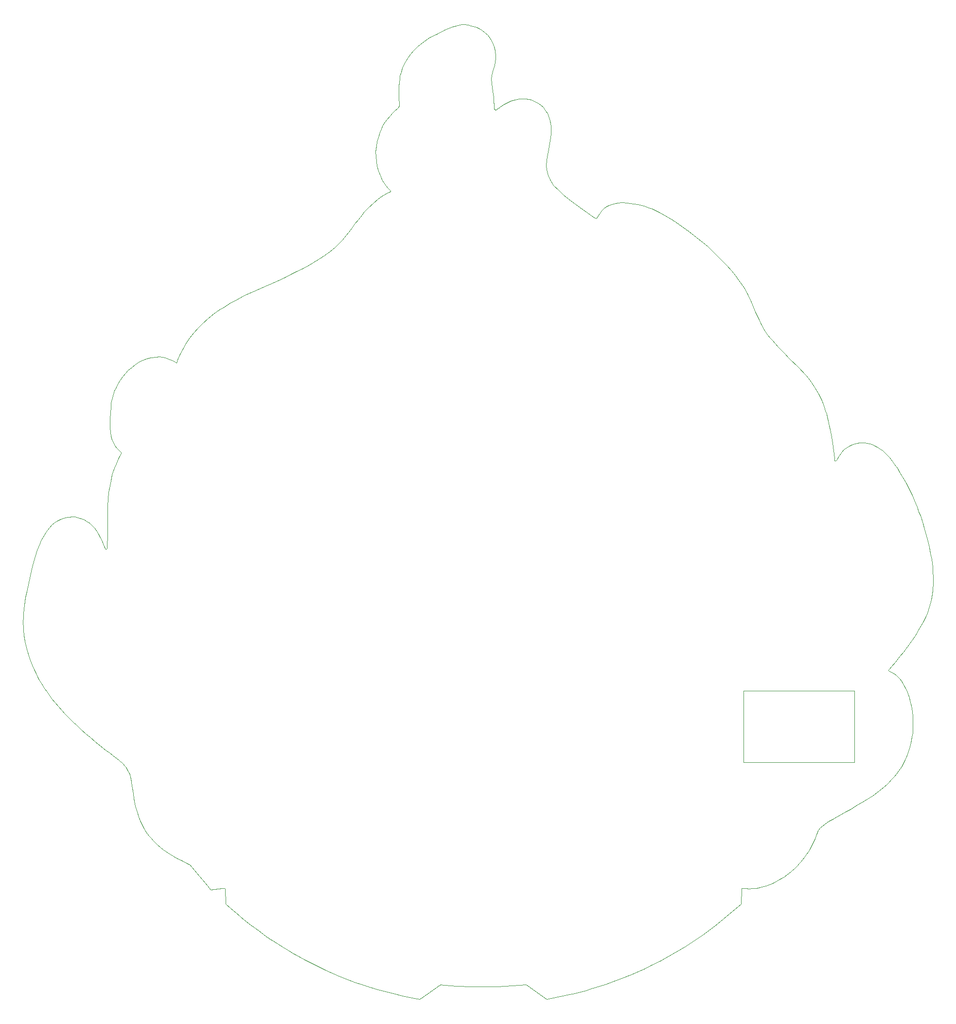
<source format=gbr>
%TF.GenerationSoftware,KiCad,Pcbnew,9.0.3*%
%TF.CreationDate,2026-01-04T11:16:32-06:00*%
%TF.ProjectId,CC14_Outer,43433134-5f4f-4757-9465-722e6b696361,v1*%
%TF.SameCoordinates,Original*%
%TF.FileFunction,Profile,NP*%
%FSLAX46Y46*%
G04 Gerber Fmt 4.6, Leading zero omitted, Abs format (unit mm)*
G04 Created by KiCad (PCBNEW 9.0.3) date 2026-01-04 11:16:32*
%MOMM*%
%LPD*%
G01*
G04 APERTURE LIST*
%TA.AperFunction,Profile*%
%ADD10C,0.100000*%
%TD*%
G04 APERTURE END LIST*
D10*
X30070000Y-107180000D02*
X30330000Y-107590000D01*
X158560000Y-94850000D02*
X158670000Y-94910000D01*
X156080000Y-158740000D02*
X155680000Y-159200000D01*
X34320000Y-93470000D02*
X34210000Y-93370000D01*
X79810000Y-46100000D02*
X79490000Y-45480000D01*
X32330000Y-88470000D02*
X32370000Y-87530000D01*
X109050000Y-38650000D02*
X108910000Y-39570000D01*
X121410000Y-49940000D02*
X121730000Y-49940000D01*
X147660000Y-168470000D02*
X146570000Y-168870000D01*
X67000000Y-60840000D02*
X67670000Y-60450000D01*
X62880000Y-62950000D02*
X63920000Y-62420000D01*
X34090000Y-94070000D02*
X34340000Y-93600000D01*
X83840000Y-25410000D02*
X84250000Y-24700000D01*
X44530000Y-76380000D02*
X45070000Y-75400000D01*
X168900000Y-149880000D02*
X168450000Y-150370000D01*
X31600000Y-110280000D02*
X31660000Y-110300000D01*
X30330000Y-107590000D02*
X30630000Y-108120000D01*
X116230000Y-186780000D02*
X115220000Y-187070000D01*
X108860000Y-35190000D02*
X109020000Y-35720000D01*
X39550000Y-160630000D02*
X39140000Y-160140000D01*
X163620000Y-154170000D02*
X162280000Y-154960000D01*
X36910000Y-155500000D02*
X36790000Y-154980000D01*
X48470000Y-71000000D02*
X49450000Y-70080000D01*
X26410000Y-140820000D02*
X26070000Y-140490000D01*
X78750000Y-42730000D02*
X78680000Y-41890000D01*
X33540000Y-146680000D02*
X32910000Y-146200000D01*
X74440000Y-54450000D02*
X74980000Y-53690000D01*
X113300000Y-187570000D02*
X112410000Y-187790000D01*
X65400000Y-181270000D02*
X64780000Y-180930000D01*
X168050000Y-94300000D02*
X168330000Y-94640000D01*
X27870000Y-105170000D02*
X28220000Y-105360000D01*
X119770000Y-50230000D02*
X120310000Y-50090000D01*
X62490000Y-179570000D02*
X60680000Y-178410000D01*
X142720000Y-134950000D02*
X161960000Y-134950000D01*
X161960000Y-147360000D01*
X142720000Y-147360000D01*
X142720000Y-134950000D01*
X169290000Y-149400000D02*
X168900000Y-149880000D01*
X148910000Y-167830000D02*
X148470000Y-168070000D01*
X161360000Y-155470000D02*
X160420000Y-155980000D01*
X175060000Y-120310000D02*
X174690000Y-121380000D01*
X169910000Y-96910000D02*
X170330000Y-97620000D01*
X98860000Y-29170000D02*
X98920000Y-29830000D01*
X173920000Y-105810000D02*
X174140000Y-106510000D01*
X103680000Y-31930000D02*
X104300000Y-31900000D01*
X120310000Y-50090000D02*
X120860000Y-49990000D01*
X52220000Y-169280000D02*
X51970000Y-169310000D01*
X114120000Y-50740000D02*
X116810000Y-52660000D01*
X46170000Y-165150000D02*
X45830000Y-164980000D01*
X35680000Y-149180000D02*
X35540000Y-148870000D01*
X38780000Y-77110000D02*
X39490000Y-76930000D01*
X36100000Y-150730000D02*
X36010000Y-150250000D01*
X90610000Y-186140000D02*
X89910000Y-186070000D01*
X109160000Y-37250000D02*
X109140000Y-37880000D01*
X41190000Y-162220000D02*
X40550000Y-161670000D01*
X108700000Y-40680000D02*
X108540000Y-41560000D01*
X35920000Y-149890000D02*
X35800000Y-149480000D01*
X98930000Y-22030000D02*
X99250000Y-22820000D01*
X63360000Y-180100000D02*
X62490000Y-179570000D01*
X170660000Y-134010000D02*
X170920000Y-134500000D01*
X32740000Y-91230000D02*
X32550000Y-90590000D01*
X73450000Y-55700000D02*
X73970000Y-55060000D01*
X49930000Y-169540000D02*
X49350000Y-168890000D01*
X25620000Y-140050000D02*
X25060000Y-139490000D01*
X31980000Y-102740000D02*
X32030000Y-101570000D01*
X171840000Y-143970000D02*
X171590000Y-144960000D01*
X145590000Y-169150000D02*
X144850000Y-169280000D01*
X153640000Y-163420000D02*
X153270000Y-163930000D01*
X31660000Y-110300000D02*
X31730000Y-110280000D01*
X53360000Y-172760000D02*
X52490000Y-172030000D01*
X171880000Y-137570000D02*
X172030000Y-138490000D01*
X168580000Y-94980000D02*
X168970000Y-95480000D01*
X99540000Y-24410000D02*
X99510000Y-24910000D01*
X20170000Y-109300000D02*
X20380000Y-108800000D01*
X99320000Y-26030000D02*
X99070000Y-26810000D01*
X80050000Y-46500000D02*
X79810000Y-46100000D01*
X75620000Y-52890000D02*
X76200000Y-52150000D01*
X70630000Y-58500000D02*
X71070000Y-58170000D01*
X172180000Y-140420000D02*
X172170000Y-141380000D01*
X108080000Y-33730000D02*
X108270000Y-34010000D01*
X52280000Y-169280000D02*
X52220000Y-169280000D01*
X64820000Y-61960000D02*
X65870000Y-61410000D01*
X22780000Y-136950000D02*
X22230000Y-136260000D01*
X134620000Y-178020000D02*
X132600000Y-179360000D01*
X146870000Y-72930000D02*
X147340000Y-73540000D01*
X171310000Y-135460000D02*
X171530000Y-136120000D01*
X162280000Y-154960000D02*
X161360000Y-155470000D01*
X168970000Y-95480000D02*
X169520000Y-96280000D01*
X36210000Y-151430000D02*
X36100000Y-150730000D01*
X159370000Y-93920000D02*
X159600000Y-93590000D01*
X44880000Y-164500000D02*
X43940000Y-164030000D01*
X142350000Y-169320000D02*
X142320000Y-169400000D01*
X165110000Y-153200000D02*
X164290000Y-153750000D01*
X98900000Y-27420000D02*
X98820000Y-27820000D01*
X79490000Y-45480000D02*
X79090000Y-44420000D01*
X20370000Y-133540000D02*
X20050000Y-133000000D01*
X59050000Y-64690000D02*
X60260000Y-64150000D01*
X27020000Y-104840000D02*
X27380000Y-104940000D01*
X84250000Y-24700000D02*
X84700000Y-24110000D01*
X82720000Y-33110000D02*
X82690000Y-31380000D01*
X150870000Y-166460000D02*
X150550000Y-166710000D01*
X161050000Y-92350000D02*
X161550000Y-92110000D01*
X60340000Y-178180000D02*
X59480000Y-177580000D01*
X165450000Y-152970000D02*
X165110000Y-153200000D01*
X98780000Y-28440000D02*
X98860000Y-29170000D01*
X44170000Y-77280000D02*
X44530000Y-76380000D01*
X155130000Y-160700000D02*
X154840000Y-161350000D01*
X41010000Y-76810000D02*
X41970000Y-76950000D01*
X141260000Y-62630000D02*
X141880000Y-63490000D01*
X20050000Y-133000000D02*
X19760000Y-132460000D01*
X172020000Y-143000000D02*
X171940000Y-143480000D01*
X71070000Y-58170000D02*
X71610000Y-57690000D01*
X165430000Y-92230000D02*
X166010000Y-92530000D01*
X37500000Y-77660000D02*
X38130000Y-77340000D01*
X124330000Y-183780000D02*
X123380000Y-184200000D01*
X83290000Y-187990000D02*
X81720000Y-187620000D01*
X29660000Y-106590000D02*
X30070000Y-107180000D01*
X29830000Y-143800000D02*
X28880000Y-143020000D01*
X89230000Y-20620000D02*
X90740000Y-19910000D01*
X154490000Y-81170000D02*
X155080000Y-82080000D01*
X123380000Y-184200000D02*
X121460000Y-184980000D01*
X96210000Y-19480000D02*
X96710000Y-19730000D01*
X108910000Y-39570000D02*
X108700000Y-40680000D01*
X152140000Y-78580000D02*
X153500000Y-79970000D01*
X154840000Y-161350000D02*
X154480000Y-162040000D01*
X26070000Y-140490000D02*
X25620000Y-140050000D01*
X167630000Y-151200000D02*
X167110000Y-151670000D01*
X31630000Y-145230000D02*
X30690000Y-144500000D01*
X168450000Y-150370000D02*
X167930000Y-150910000D01*
X169870000Y-132830000D02*
X170190000Y-133240000D01*
X99460000Y-25480000D02*
X99320000Y-26030000D01*
X108350000Y-43670000D02*
X108450000Y-44570000D01*
X151780000Y-165630000D02*
X151480000Y-165920000D01*
X102930000Y-32050000D02*
X103680000Y-31930000D01*
X79910000Y-36470000D02*
X80290000Y-35870000D01*
X25770000Y-104640000D02*
X26260000Y-104660000D01*
X36800000Y-78100000D02*
X37500000Y-77660000D01*
X155680000Y-159200000D02*
X155540000Y-159580000D01*
X167960000Y-131300000D02*
X167950000Y-131390000D01*
X37070000Y-156060000D02*
X36910000Y-155500000D01*
X32440000Y-86700000D02*
X32510000Y-85370000D01*
X159030000Y-94510000D02*
X159170000Y-94240000D01*
X99200000Y-186390000D02*
X97910000Y-186390000D01*
X42090000Y-162890000D02*
X41690000Y-162610000D01*
X104300000Y-31900000D02*
X104800000Y-31930000D01*
X96710000Y-19730000D02*
X97150000Y-20000000D01*
X175590000Y-113380000D02*
X175650000Y-114140000D01*
X158770000Y-94910000D02*
X158900000Y-94840000D01*
X161550000Y-92110000D02*
X162040000Y-91940000D01*
X21840000Y-106490000D02*
X22210000Y-106100000D01*
X31730000Y-110280000D02*
X31790000Y-110230000D01*
X26570000Y-104720000D02*
X27020000Y-104840000D01*
X117950000Y-51410000D02*
X118400000Y-50990000D01*
X148670000Y-75090000D02*
X149260000Y-75690000D01*
X147660000Y-73920000D02*
X148670000Y-75090000D01*
X20380000Y-108800000D02*
X20740000Y-108070000D01*
X32710000Y-84220000D02*
X32950000Y-83310000D01*
X99510000Y-24910000D02*
X99460000Y-25480000D01*
X175370000Y-119120000D02*
X175060000Y-120310000D01*
X175650000Y-114140000D02*
X175700000Y-115110000D01*
X118750000Y-50730000D02*
X119260000Y-50440000D01*
X76200000Y-52150000D02*
X76670000Y-51570000D01*
X19710000Y-110480000D02*
X19920000Y-109910000D01*
X171340000Y-145710000D02*
X171160000Y-146190000D01*
X170410000Y-133580000D02*
X170660000Y-134010000D01*
X55780000Y-174780000D02*
X54300000Y-173550000D01*
X170920000Y-134500000D02*
X171120000Y-134950000D01*
X121730000Y-49940000D02*
X123000000Y-50080000D01*
X83620000Y-25810000D02*
X83840000Y-25410000D01*
X139110000Y-174680000D02*
X137700000Y-175800000D01*
X137700000Y-175800000D02*
X135650000Y-177320000D01*
X56850000Y-175650000D02*
X55780000Y-174780000D01*
X21670000Y-135510000D02*
X21330000Y-135030000D01*
X98570000Y-21430000D02*
X98930000Y-22030000D01*
X22700000Y-105670000D02*
X23150000Y-105380000D01*
X109140000Y-37880000D02*
X109050000Y-38650000D01*
X168070000Y-131160000D02*
X167960000Y-131300000D01*
X106640000Y-32490000D02*
X107050000Y-32740000D01*
X74990000Y-185620000D02*
X73460000Y-185040000D01*
X108270000Y-34010000D02*
X108540000Y-34460000D01*
X19120000Y-131180000D02*
X18800000Y-130450000D01*
X139670000Y-60770000D02*
X140680000Y-61910000D01*
X89910000Y-186070000D02*
X89810000Y-186120000D01*
X133180000Y-55010000D02*
X134830000Y-56260000D01*
X36410000Y-152810000D02*
X36210000Y-151430000D01*
X112410000Y-187790000D02*
X109180000Y-188480000D01*
X98920000Y-29830000D02*
X99020000Y-30660000D01*
X101530000Y-32540000D02*
X102220000Y-32250000D01*
X102220000Y-32250000D02*
X102930000Y-32050000D01*
X46990000Y-166130000D02*
X46220000Y-165190000D01*
X52440000Y-169430000D02*
X52400000Y-169360000D01*
X64780000Y-180930000D02*
X64270000Y-180640000D01*
X87970000Y-21270000D02*
X89230000Y-20620000D01*
X43310000Y-163670000D02*
X42880000Y-163410000D01*
X142320000Y-169400000D02*
X142320000Y-169470000D01*
X80340000Y-46930000D02*
X80050000Y-46500000D01*
X167950000Y-131390000D02*
X167970000Y-131480000D01*
X33750000Y-81490000D02*
X34170000Y-80870000D01*
X108540000Y-34460000D02*
X108670000Y-34720000D01*
X24910000Y-104730000D02*
X25290000Y-104680000D01*
X95480000Y-186390000D02*
X92730000Y-186290000D01*
X42880000Y-163410000D02*
X42480000Y-163150000D01*
X142540000Y-169290000D02*
X142400000Y-169280000D01*
X80420000Y-48410000D02*
X80910000Y-48170000D01*
X152660000Y-164690000D02*
X152380000Y-165010000D01*
X78680000Y-41890000D02*
X78640000Y-41130000D01*
X68850000Y-183030000D02*
X67160000Y-182200000D01*
X105310000Y-32000000D02*
X105750000Y-32110000D01*
X157280000Y-87310000D02*
X157440000Y-87950000D01*
X78990000Y-49330000D02*
X79730000Y-48830000D01*
X151150000Y-166220000D02*
X150870000Y-166460000D01*
X32350000Y-89150000D02*
X32330000Y-88470000D01*
X146570000Y-168870000D02*
X146130000Y-169010000D01*
X94730000Y-19020000D02*
X95210000Y-19160000D01*
X172160000Y-139910000D02*
X172180000Y-140420000D01*
X169730000Y-148830000D02*
X169290000Y-149400000D01*
X17560000Y-126340000D02*
X17410000Y-125310000D01*
X17880000Y-117640000D02*
X18470000Y-114900000D01*
X144740000Y-68970000D02*
X145300000Y-70180000D01*
X32950000Y-83310000D02*
X33150000Y-82720000D01*
X43960000Y-77850000D02*
X44170000Y-77280000D01*
X172890000Y-102960000D02*
X173190000Y-103750000D01*
X158670000Y-94910000D02*
X158770000Y-94910000D01*
X21330000Y-135030000D02*
X21040000Y-134600000D01*
X150560000Y-77000000D02*
X150740000Y-77180000D01*
X174790000Y-108820000D02*
X175040000Y-109930000D01*
X39140000Y-160140000D02*
X38640000Y-159450000D01*
X65870000Y-61410000D02*
X67000000Y-60840000D01*
X58250000Y-176710000D02*
X56850000Y-175650000D01*
X123000000Y-50080000D02*
X124250000Y-50310000D01*
X82680000Y-29680000D02*
X82710000Y-29040000D01*
X108960000Y-45970000D02*
X109590000Y-47000000D01*
X17270000Y-123760000D02*
X17250000Y-123210000D01*
X149260000Y-75690000D02*
X149780000Y-76210000D01*
X160150000Y-92980000D02*
X160680000Y-92570000D01*
X78850000Y-39350000D02*
X79080000Y-38550000D01*
X52490000Y-172030000D02*
X52440000Y-169430000D01*
X102430000Y-186250000D02*
X101060000Y-186330000D01*
X126800000Y-51060000D02*
X127950000Y-51600000D01*
X175240000Y-110940000D02*
X175450000Y-112100000D01*
X105750000Y-32110000D02*
X106230000Y-32290000D01*
X151480000Y-165920000D02*
X151150000Y-166220000D01*
X98130000Y-20840000D02*
X98570000Y-21430000D01*
X33450000Y-82100000D02*
X33750000Y-81490000D01*
X170190000Y-133240000D02*
X170410000Y-133580000D01*
X81200000Y-47880000D02*
X80950000Y-47650000D01*
X112560000Y-49570000D02*
X114120000Y-50740000D01*
X55770000Y-66140000D02*
X57350000Y-65450000D01*
X99950000Y-186380000D02*
X99200000Y-186390000D01*
X31570000Y-110250000D02*
X31600000Y-110280000D01*
X166510000Y-92860000D02*
X166880000Y-93140000D01*
X144850000Y-169280000D02*
X144230000Y-169340000D01*
X130850000Y-53340000D02*
X133180000Y-55010000D01*
X99020000Y-30660000D02*
X99130000Y-31570000D01*
X39830000Y-160940000D02*
X39550000Y-160630000D01*
X72110000Y-57210000D02*
X72840000Y-56430000D01*
X31790000Y-110230000D02*
X31820000Y-110140000D01*
X33540000Y-92700000D02*
X33240000Y-92260000D01*
X35530000Y-79130000D02*
X36140000Y-78620000D01*
X33790000Y-94590000D02*
X34090000Y-94070000D01*
X23150000Y-105380000D02*
X23790000Y-105080000D01*
X69750000Y-183470000D02*
X68850000Y-183030000D01*
X162040000Y-91940000D02*
X162480000Y-91840000D01*
X51970000Y-169310000D02*
X49930000Y-169540000D01*
X85170000Y-23520000D02*
X85960000Y-22790000D01*
X154180000Y-162580000D02*
X153920000Y-163000000D01*
X126630000Y-182700000D02*
X125320000Y-183330000D01*
X90740000Y-19910000D02*
X91970000Y-19400000D01*
X79090000Y-44420000D02*
X78880000Y-43610000D01*
X24400000Y-138800000D02*
X24060000Y-138430000D01*
X167970000Y-131480000D02*
X168090000Y-131580000D01*
X172030000Y-100940000D02*
X172390000Y-101760000D01*
X46930000Y-72630000D02*
X47780000Y-71670000D01*
X38640000Y-159450000D02*
X38190000Y-158710000D01*
X92730000Y-186290000D02*
X90610000Y-186140000D01*
X50400000Y-69360000D02*
X51370000Y-68670000D01*
X108400000Y-42520000D02*
X108350000Y-43670000D01*
X158190000Y-91840000D02*
X158360000Y-93140000D01*
X47780000Y-71670000D02*
X48470000Y-71000000D01*
X144230000Y-169340000D02*
X143630000Y-169370000D01*
X32510000Y-85370000D02*
X32580000Y-84850000D01*
X170930000Y-98710000D02*
X172030000Y-100940000D01*
X36140000Y-78620000D02*
X36800000Y-78100000D01*
X145780000Y-71140000D02*
X146370000Y-72180000D01*
X19760000Y-132460000D02*
X19460000Y-131900000D01*
X17290000Y-121530000D02*
X17370000Y-120630000D01*
X32910000Y-146200000D02*
X32280000Y-145720000D01*
X166010000Y-92530000D02*
X166510000Y-92860000D01*
X158010000Y-90710000D02*
X158190000Y-91840000D01*
X72200000Y-184540000D02*
X71360000Y-184180000D01*
X34950000Y-147950000D02*
X34640000Y-147620000D01*
X126220000Y-50830000D02*
X126800000Y-51060000D01*
X46220000Y-165190000D02*
X46170000Y-165150000D01*
X120860000Y-49990000D02*
X121410000Y-49940000D01*
X28220000Y-105360000D02*
X28790000Y-105770000D01*
X108410000Y-188640000D02*
X104870000Y-186070000D01*
X40550000Y-161670000D02*
X40330000Y-161460000D01*
X158510000Y-94370000D02*
X158560000Y-94850000D01*
X157500000Y-157660000D02*
X156790000Y-158140000D01*
X73460000Y-185040000D02*
X72200000Y-184540000D01*
X93230000Y-19030000D02*
X93710000Y-18970000D01*
X173900000Y-123010000D02*
X173290000Y-124130000D01*
X38130000Y-77340000D02*
X38780000Y-77110000D01*
X28260000Y-142500000D02*
X27290000Y-141640000D01*
X81220000Y-47980000D02*
X81200000Y-47880000D01*
X172170000Y-141380000D02*
X172120000Y-142190000D01*
X100890000Y-32880000D02*
X101530000Y-32540000D01*
X36620000Y-154130000D02*
X36540000Y-153620000D01*
X39490000Y-76930000D02*
X40300000Y-76830000D01*
X82710000Y-29040000D02*
X82790000Y-28450000D01*
X171680000Y-136670000D02*
X171810000Y-137240000D01*
X20880000Y-134350000D02*
X20490000Y-133740000D01*
X171120000Y-134950000D02*
X171310000Y-135460000D01*
X99190000Y-32390000D02*
X99246158Y-32890000D01*
X17310000Y-124290000D02*
X17270000Y-123760000D01*
X23790000Y-105080000D02*
X24320000Y-104870000D01*
X72840000Y-56430000D02*
X73450000Y-55700000D01*
X92690000Y-19160000D02*
X93230000Y-19030000D01*
X108670000Y-34720000D02*
X108860000Y-35190000D01*
X173470000Y-104470000D02*
X173920000Y-105810000D01*
X35180000Y-148250000D02*
X34950000Y-147950000D01*
X117600000Y-51860000D02*
X117950000Y-51410000D01*
X99350000Y-33750000D02*
X99510000Y-33810000D01*
X168310000Y-131670000D02*
X168900000Y-132000000D01*
X96100000Y-186390000D02*
X95480000Y-186390000D01*
X135650000Y-177320000D02*
X134620000Y-178020000D01*
X107050000Y-32740000D02*
X107400000Y-33020000D01*
X24320000Y-104870000D02*
X24910000Y-104730000D01*
X174690000Y-121380000D02*
X174410000Y-122000000D01*
X148470000Y-168070000D02*
X148000000Y-168310000D01*
X104870000Y-186070000D02*
X102430000Y-186250000D01*
X142250000Y-172020000D02*
X139110000Y-174680000D01*
X32930000Y-91650000D02*
X32740000Y-91230000D01*
X82420000Y-33570000D02*
X82540000Y-33450000D01*
X40330000Y-161460000D02*
X39830000Y-160940000D01*
X17440000Y-120070000D02*
X17680000Y-118700000D01*
X43730000Y-77740000D02*
X43960000Y-77850000D01*
X31950000Y-104240000D02*
X31980000Y-102740000D01*
X171160000Y-146190000D02*
X170730000Y-147140000D01*
X147340000Y-73540000D02*
X147660000Y-73920000D01*
X17410000Y-125310000D02*
X17310000Y-124290000D01*
X34640000Y-147620000D02*
X34400000Y-147380000D01*
X82690000Y-31380000D02*
X82680000Y-29680000D01*
X66310000Y-181770000D02*
X65400000Y-181270000D01*
X78250000Y-50000000D02*
X78990000Y-49330000D01*
X78660000Y-186820000D02*
X77370000Y-186420000D01*
X77290000Y-50900000D02*
X78250000Y-50000000D01*
X156750000Y-85610000D02*
X156950000Y-86200000D01*
X156790000Y-158140000D02*
X156390000Y-158460000D01*
X170550000Y-128160000D02*
X169910000Y-128960000D01*
X164290000Y-153750000D02*
X163620000Y-154170000D01*
X172130000Y-139400000D02*
X172160000Y-139910000D01*
X35050000Y-79670000D02*
X35530000Y-79130000D01*
X156310000Y-84390000D02*
X156570000Y-85090000D01*
X109020000Y-35720000D02*
X109100000Y-36200000D01*
X168900000Y-132000000D02*
X169260000Y-132250000D01*
X97150000Y-20000000D02*
X97620000Y-20350000D01*
X69690000Y-59180000D02*
X70630000Y-58500000D01*
X108450000Y-44570000D02*
X108620000Y-45220000D01*
X155080000Y-82080000D02*
X155730000Y-83220000D01*
X80530000Y-35540000D02*
X81110000Y-34820000D01*
X20740000Y-108070000D02*
X21080000Y-107480000D01*
X165910000Y-152630000D02*
X165450000Y-152970000D01*
X168450000Y-130730000D02*
X168070000Y-131160000D01*
X168090000Y-131580000D02*
X168310000Y-131670000D01*
X78750000Y-40070000D02*
X78850000Y-39350000D01*
X51370000Y-68670000D02*
X52230000Y-68100000D01*
X19460000Y-131900000D02*
X19120000Y-131180000D01*
X17940000Y-127970000D02*
X17720000Y-127070000D01*
X81720000Y-187620000D02*
X79960000Y-187180000D01*
X83060000Y-27220000D02*
X83280000Y-26570000D01*
X175550000Y-118130000D02*
X175370000Y-119120000D01*
X174470000Y-107660000D02*
X174790000Y-108820000D01*
X32370000Y-87530000D02*
X32440000Y-86700000D01*
X131200000Y-180210000D02*
X129850000Y-181000000D01*
X86330000Y-188640000D02*
X85400000Y-188440000D01*
X107770000Y-33370000D02*
X108080000Y-33730000D01*
X128750000Y-52040000D02*
X129870000Y-52740000D01*
X61560000Y-63560000D02*
X62880000Y-62950000D01*
X25290000Y-104680000D02*
X25770000Y-104640000D01*
X159810000Y-93340000D02*
X160150000Y-92980000D01*
X158360000Y-93140000D02*
X158510000Y-94370000D01*
X169260000Y-132250000D02*
X169620000Y-132550000D01*
X174410000Y-122000000D02*
X173900000Y-123010000D01*
X104800000Y-31930000D02*
X105310000Y-32000000D01*
X78880000Y-43610000D02*
X78750000Y-42730000D01*
X115220000Y-187070000D02*
X113300000Y-187570000D01*
X25060000Y-139490000D02*
X24400000Y-138800000D01*
X110510000Y-47850000D02*
X111400000Y-48700000D01*
X28790000Y-105770000D02*
X29250000Y-106170000D01*
X99250000Y-22820000D02*
X99430000Y-23540000D01*
X52400000Y-169360000D02*
X52350000Y-169310000D01*
X158900000Y-94840000D02*
X159030000Y-94510000D01*
X32550000Y-90590000D02*
X32420000Y-89870000D01*
X164220000Y-91840000D02*
X164660000Y-91940000D01*
X165010000Y-92050000D02*
X165430000Y-92230000D01*
X117150000Y-52670000D02*
X117240000Y-52490000D01*
X21080000Y-107480000D02*
X21440000Y-106980000D01*
X108620000Y-45220000D02*
X108960000Y-45970000D01*
X143080000Y-169330000D02*
X142800000Y-169320000D01*
X132600000Y-179360000D02*
X131200000Y-180210000D01*
X169910000Y-128960000D02*
X169130000Y-129910000D01*
X86750000Y-22120000D02*
X87970000Y-21270000D01*
X79960000Y-187180000D02*
X78660000Y-186820000D01*
X134830000Y-56260000D02*
X136430000Y-57590000D01*
X57350000Y-65450000D02*
X59050000Y-64690000D01*
X59480000Y-177580000D02*
X58250000Y-176710000D01*
X52230000Y-68100000D02*
X53150000Y-67550000D01*
X32580000Y-84850000D02*
X32710000Y-84220000D01*
X166880000Y-93140000D02*
X167290000Y-93500000D01*
X109180000Y-188480000D02*
X108410000Y-188640000D01*
X73970000Y-55060000D02*
X74440000Y-54450000D01*
X109590000Y-47000000D02*
X110510000Y-47850000D01*
X164660000Y-91940000D02*
X165010000Y-92050000D01*
X33440000Y-95370000D02*
X33790000Y-94590000D01*
X32420000Y-89870000D02*
X32350000Y-89150000D01*
X79330000Y-37770000D02*
X79580000Y-37150000D01*
X32890000Y-96870000D02*
X33130000Y-96170000D01*
X167720000Y-93940000D02*
X168050000Y-94300000D01*
X97910000Y-186390000D02*
X96100000Y-186390000D01*
X143350000Y-65830000D02*
X144010000Y-67290000D01*
X17720000Y-127070000D02*
X17560000Y-126340000D01*
X158150000Y-157260000D02*
X157500000Y-157660000D01*
X85960000Y-22790000D02*
X86750000Y-22120000D01*
X140680000Y-61910000D02*
X141260000Y-62630000D01*
X32110000Y-100430000D02*
X32330000Y-99210000D01*
X171530000Y-136120000D02*
X171680000Y-136670000D01*
X170200000Y-148120000D02*
X169730000Y-148830000D01*
X152380000Y-165010000D02*
X152060000Y-165350000D01*
X68770000Y-59770000D02*
X69690000Y-59180000D01*
X81530000Y-34380000D02*
X81980000Y-33970000D01*
X21440000Y-106980000D02*
X21840000Y-106490000D01*
X153270000Y-163930000D02*
X152940000Y-164350000D01*
X146130000Y-169010000D02*
X145590000Y-169150000D01*
X163330000Y-91770000D02*
X163800000Y-91790000D01*
X67670000Y-60450000D02*
X68770000Y-59770000D01*
X99510000Y-33810000D02*
X99690000Y-33740000D01*
X142800000Y-169320000D02*
X142540000Y-169290000D01*
X146370000Y-72180000D02*
X146870000Y-72930000D01*
X31490000Y-110090000D02*
X31570000Y-110250000D01*
X155430000Y-159920000D02*
X155130000Y-160700000D01*
X99290000Y-33630000D02*
X99350000Y-33750000D01*
X106230000Y-32290000D02*
X106640000Y-32490000D01*
X76320000Y-186070000D02*
X74990000Y-185620000D01*
X22210000Y-106100000D02*
X22700000Y-105670000D01*
X78640000Y-41130000D02*
X78750000Y-40070000D01*
X71360000Y-184180000D02*
X70800000Y-183940000D01*
X99246158Y-32890000D02*
X99290000Y-33630000D01*
X117240000Y-52490000D02*
X117600000Y-51860000D01*
X156570000Y-85090000D02*
X156750000Y-85610000D01*
X127950000Y-51600000D02*
X128750000Y-52040000D01*
X36790000Y-154980000D02*
X36620000Y-154130000D01*
X172390000Y-101760000D02*
X172890000Y-102960000D01*
X141880000Y-63490000D02*
X142740000Y-64780000D01*
X38190000Y-158710000D02*
X37860000Y-158090000D01*
X153500000Y-79970000D02*
X153990000Y-80530000D01*
X81110000Y-34820000D02*
X81530000Y-34380000D01*
X34340000Y-93600000D02*
X34340000Y-93520000D01*
X28880000Y-143020000D02*
X28260000Y-142500000D01*
X138120000Y-59210000D02*
X139670000Y-60770000D01*
X18800000Y-130450000D02*
X18460000Y-129630000D01*
X79730000Y-48830000D02*
X80420000Y-48410000D01*
X169620000Y-132550000D02*
X169870000Y-132830000D01*
X150740000Y-77180000D02*
X152140000Y-78580000D01*
X18200000Y-128840000D02*
X17940000Y-127970000D01*
X37600000Y-157510000D02*
X37340000Y-156860000D01*
X80760000Y-47470000D02*
X80340000Y-46930000D01*
X128190000Y-181900000D02*
X126630000Y-182700000D01*
X91970000Y-19400000D02*
X92690000Y-19160000D01*
X149830000Y-167250000D02*
X149420000Y-167530000D01*
X79080000Y-38550000D02*
X79330000Y-37770000D01*
X157440000Y-87950000D02*
X157620000Y-88760000D01*
X117010000Y-52700000D02*
X117150000Y-52670000D01*
X27290000Y-141640000D02*
X26410000Y-140820000D01*
X31340000Y-109790000D02*
X31490000Y-110090000D01*
X142740000Y-64780000D02*
X143350000Y-65830000D01*
X81980000Y-33970000D02*
X82420000Y-33570000D01*
X149420000Y-167530000D02*
X148910000Y-167830000D01*
X136430000Y-57590000D02*
X138120000Y-59210000D01*
X171920000Y-126290000D02*
X170550000Y-128160000D01*
X43940000Y-164030000D02*
X43310000Y-163670000D01*
X45680000Y-74350000D02*
X46250000Y-73500000D01*
X33130000Y-96170000D02*
X33440000Y-95370000D01*
X33240000Y-92260000D02*
X32930000Y-91650000D01*
X162850000Y-91790000D02*
X163330000Y-91770000D01*
X125320000Y-183330000D02*
X124330000Y-183780000D01*
X167290000Y-93500000D02*
X167720000Y-93940000D01*
X108540000Y-41560000D02*
X108400000Y-42520000D01*
X175450000Y-112100000D02*
X175590000Y-113380000D01*
X163800000Y-91790000D02*
X164220000Y-91840000D01*
X99690000Y-33740000D02*
X100250000Y-33340000D01*
X121460000Y-184980000D02*
X120500000Y-185350000D01*
X23400000Y-137680000D02*
X22780000Y-136950000D01*
X159600000Y-93590000D02*
X159810000Y-93340000D01*
X148000000Y-168310000D02*
X147660000Y-168470000D01*
X120500000Y-185350000D02*
X118730000Y-185980000D01*
X31820000Y-110140000D02*
X31930000Y-107490000D01*
X54700000Y-66690000D02*
X55770000Y-66140000D01*
X17250000Y-123210000D02*
X17260000Y-122010000D01*
X94050000Y-18970000D02*
X94730000Y-19020000D01*
X157620000Y-88760000D02*
X157780000Y-89500000D01*
X124250000Y-50310000D02*
X125300000Y-50530000D01*
X82790000Y-28450000D02*
X82870000Y-27930000D01*
X93710000Y-18970000D02*
X94050000Y-18970000D01*
X77370000Y-186420000D02*
X76320000Y-186070000D01*
X34190000Y-147200000D02*
X33920000Y-146970000D01*
X79580000Y-37150000D02*
X79910000Y-36470000D01*
X159170000Y-94240000D02*
X159370000Y-93920000D01*
X150550000Y-166710000D02*
X150210000Y-166980000D01*
X45070000Y-75400000D02*
X45680000Y-74350000D01*
X95210000Y-19160000D02*
X95610000Y-19270000D01*
X24060000Y-138430000D02*
X23400000Y-137680000D01*
X31160000Y-109350000D02*
X31340000Y-109790000D01*
X175620000Y-117390000D02*
X175550000Y-118130000D01*
X142400000Y-169280000D02*
X142350000Y-169320000D01*
X171590000Y-144960000D02*
X171340000Y-145710000D01*
X97620000Y-20350000D02*
X98130000Y-20840000D01*
X45830000Y-164980000D02*
X44880000Y-164500000D01*
X170730000Y-147140000D02*
X170200000Y-148120000D01*
X156950000Y-86200000D02*
X157130000Y-86790000D01*
X18840000Y-113380000D02*
X19340000Y-111610000D01*
X18460000Y-129630000D02*
X18200000Y-128840000D01*
X118730000Y-185980000D02*
X117610000Y-186350000D01*
X155540000Y-159580000D02*
X155430000Y-159920000D01*
X21040000Y-134600000D02*
X20880000Y-134350000D01*
X142320000Y-169470000D02*
X142250000Y-172020000D01*
X31930000Y-107490000D02*
X31950000Y-104240000D01*
X152060000Y-165350000D02*
X151780000Y-165630000D01*
X174140000Y-106510000D02*
X174470000Y-107660000D01*
X175040000Y-109930000D02*
X175240000Y-110940000D01*
X80910000Y-48170000D02*
X81190000Y-48060000D01*
X34400000Y-147380000D02*
X34190000Y-147200000D01*
X156390000Y-158460000D02*
X156080000Y-158740000D01*
X145300000Y-70180000D02*
X145780000Y-71140000D01*
X42790000Y-77250000D02*
X43300000Y-77490000D01*
X170330000Y-97620000D02*
X170930000Y-98710000D01*
X98820000Y-27820000D02*
X98780000Y-28440000D01*
X49350000Y-168890000D02*
X46990000Y-166130000D01*
X17370000Y-120630000D02*
X17440000Y-120070000D01*
X35800000Y-149480000D02*
X35680000Y-149180000D01*
X37340000Y-156860000D02*
X37070000Y-156060000D01*
X60260000Y-64150000D02*
X61560000Y-63560000D01*
X32280000Y-145720000D02*
X31630000Y-145230000D01*
X33150000Y-82720000D02*
X33450000Y-82100000D01*
X32750000Y-97370000D02*
X32890000Y-96870000D01*
X83280000Y-26570000D02*
X83620000Y-25810000D01*
X60680000Y-178410000D02*
X60340000Y-178180000D01*
X17680000Y-118700000D02*
X17880000Y-117640000D01*
X95610000Y-19270000D02*
X96210000Y-19480000D01*
X30690000Y-144500000D02*
X29830000Y-143800000D01*
X82650000Y-33280000D02*
X82720000Y-33110000D01*
X162480000Y-91840000D02*
X162850000Y-91790000D01*
X84700000Y-24110000D02*
X85170000Y-23520000D01*
X30890000Y-108710000D02*
X31160000Y-109350000D01*
X32330000Y-99210000D02*
X32510000Y-98370000D01*
X20490000Y-133740000D02*
X20370000Y-133540000D01*
X107400000Y-33020000D02*
X107770000Y-33370000D01*
X172120000Y-142190000D02*
X172020000Y-143000000D01*
X101060000Y-186330000D02*
X99950000Y-186380000D01*
X36010000Y-150250000D02*
X35920000Y-149890000D01*
X119260000Y-50440000D02*
X119770000Y-50230000D01*
X143630000Y-169370000D02*
X143080000Y-169330000D01*
X27380000Y-104940000D02*
X27870000Y-105170000D01*
X89810000Y-186120000D02*
X87980000Y-187450000D01*
X169130000Y-129910000D02*
X168450000Y-130730000D01*
X19340000Y-111610000D02*
X19710000Y-110480000D01*
X35360000Y-148530000D02*
X35180000Y-148250000D01*
X40300000Y-76830000D02*
X41010000Y-76810000D01*
X41970000Y-76950000D02*
X42790000Y-77250000D01*
X160680000Y-92570000D02*
X161050000Y-92350000D01*
X111400000Y-48700000D02*
X112560000Y-49570000D01*
X172030000Y-138490000D02*
X172130000Y-139400000D01*
X99070000Y-26810000D02*
X98900000Y-27420000D01*
X34170000Y-80870000D02*
X34560000Y-80260000D01*
X100250000Y-33340000D02*
X100890000Y-32880000D01*
X169520000Y-96280000D02*
X169910000Y-96910000D01*
X173290000Y-124130000D02*
X172630000Y-125230000D01*
X52350000Y-169310000D02*
X52280000Y-169280000D01*
X154480000Y-162040000D02*
X154180000Y-162580000D01*
X175700000Y-116170000D02*
X175620000Y-117390000D01*
X33920000Y-146970000D02*
X33540000Y-146680000D01*
X82870000Y-27930000D02*
X83060000Y-27220000D01*
X54300000Y-173550000D02*
X53360000Y-172760000D01*
X109140000Y-36670000D02*
X109160000Y-37250000D01*
X19920000Y-109910000D02*
X20170000Y-109300000D01*
X22230000Y-136260000D02*
X21670000Y-135510000D01*
X46250000Y-73500000D02*
X46930000Y-72630000D01*
X74980000Y-53690000D02*
X75620000Y-52890000D01*
X116810000Y-52660000D02*
X117010000Y-52700000D01*
X150210000Y-166980000D02*
X149830000Y-167250000D01*
X80950000Y-47650000D02*
X80760000Y-47470000D01*
X41690000Y-162610000D02*
X41190000Y-162220000D01*
X26260000Y-104660000D02*
X26570000Y-104720000D01*
X175700000Y-115110000D02*
X175700000Y-116170000D01*
X160420000Y-155980000D02*
X158150000Y-157260000D01*
X144010000Y-67290000D02*
X144740000Y-68970000D01*
X166680000Y-152030000D02*
X165910000Y-152630000D01*
X34560000Y-80260000D02*
X35050000Y-79670000D01*
X32510000Y-98370000D02*
X32750000Y-97370000D01*
X117610000Y-186350000D02*
X116230000Y-186780000D01*
X149780000Y-76210000D02*
X150560000Y-77000000D01*
X76670000Y-51570000D02*
X77290000Y-50900000D01*
X125300000Y-50530000D02*
X126220000Y-50830000D01*
X67160000Y-182200000D02*
X66310000Y-181770000D01*
X32030000Y-101570000D02*
X32110000Y-100430000D01*
X37860000Y-158090000D02*
X37600000Y-157510000D01*
X33880000Y-93060000D02*
X33540000Y-92700000D01*
X173190000Y-103750000D02*
X173470000Y-104470000D01*
X17260000Y-122010000D02*
X17290000Y-121530000D01*
X82540000Y-33450000D02*
X82650000Y-33280000D01*
X129850000Y-181000000D02*
X128190000Y-181900000D01*
X49450000Y-70080000D02*
X50400000Y-69360000D01*
X167110000Y-151670000D02*
X166680000Y-152030000D01*
X109100000Y-36200000D02*
X109140000Y-36670000D01*
X18470000Y-114900000D02*
X18840000Y-113380000D01*
X87980000Y-187450000D02*
X86330000Y-188640000D01*
X63920000Y-62420000D02*
X64820000Y-61960000D01*
X157130000Y-86790000D02*
X157280000Y-87310000D01*
X30630000Y-108120000D02*
X30890000Y-108710000D01*
X155730000Y-83220000D02*
X156310000Y-84390000D01*
X53150000Y-67550000D02*
X54700000Y-66690000D01*
X35540000Y-148870000D02*
X35360000Y-148530000D01*
X171810000Y-137240000D02*
X171880000Y-137570000D01*
X172630000Y-125230000D02*
X171920000Y-126290000D01*
X167930000Y-150910000D02*
X167630000Y-151200000D01*
X99430000Y-23540000D02*
X99540000Y-24410000D01*
X171940000Y-143480000D02*
X171840000Y-143970000D01*
X34340000Y-93520000D02*
X34320000Y-93470000D01*
X153990000Y-80530000D02*
X154490000Y-81170000D01*
X34210000Y-93370000D02*
X33880000Y-93060000D01*
X36540000Y-153620000D02*
X36410000Y-152810000D01*
X43300000Y-77490000D02*
X43730000Y-77740000D01*
X168330000Y-94640000D02*
X168580000Y-94980000D01*
X42480000Y-163150000D02*
X42090000Y-162890000D01*
X80290000Y-35870000D02*
X80530000Y-35540000D01*
X118400000Y-50990000D02*
X118750000Y-50730000D01*
X85400000Y-188440000D02*
X83290000Y-187990000D01*
X157780000Y-89500000D02*
X158010000Y-90710000D01*
X29250000Y-106170000D02*
X29660000Y-106590000D01*
X152940000Y-164350000D02*
X152660000Y-164690000D01*
X71610000Y-57690000D02*
X72110000Y-57210000D01*
X99130000Y-31570000D02*
X99190000Y-32390000D01*
X81190000Y-48060000D02*
X81220000Y-47980000D01*
X64270000Y-180640000D02*
X63360000Y-180100000D01*
X153920000Y-163000000D02*
X153640000Y-163420000D01*
X70800000Y-183940000D02*
X69750000Y-183470000D01*
X129870000Y-52740000D02*
X130850000Y-53340000D01*
M02*

</source>
